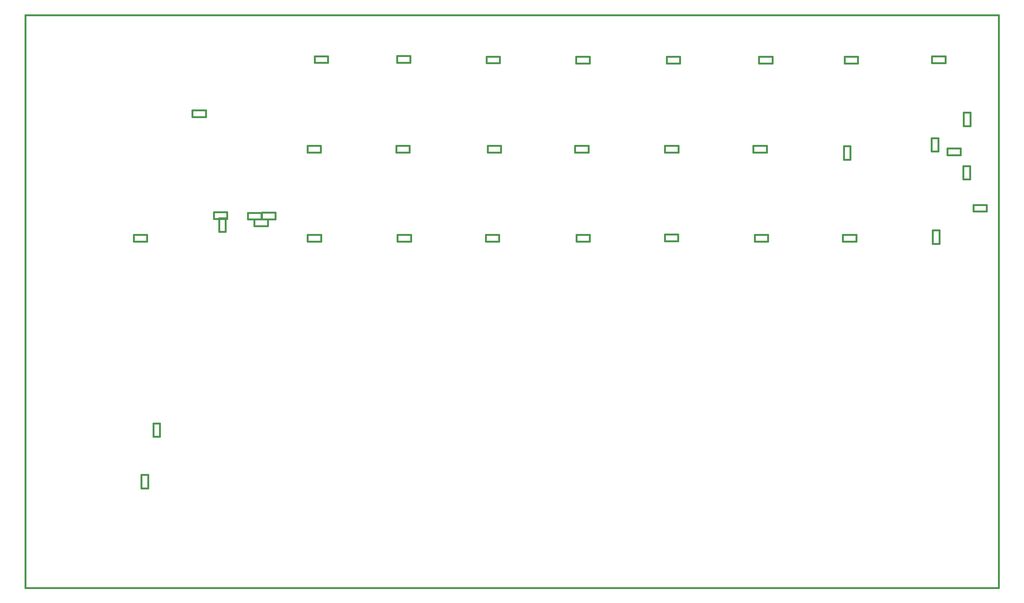
<source format=gko>
%FSLAX33Y33*%
%MOMM*%
%ADD10C,0.381*%
D10*
%LNpath-145*%
G01*
X0Y0D02*
X218200Y0D01*
X218200Y128500*
X0Y128500*
X0Y0*
X83425Y77695D02*
X86425Y77695D01*
X86425Y79195*
X83425Y79195*
X83425Y77695*
X64830Y117804D02*
X67830Y117804D01*
X67830Y119304*
X64830Y119304*
X64830Y117804*
X63300Y77699D02*
X66300Y77699D01*
X66300Y79199*
X63300Y79199*
X63300Y77699*
X103649Y97695D02*
X106649Y97695D01*
X106649Y99195*
X103649Y99195*
X103649Y97695*
X163500Y77695D02*
X166500Y77695D01*
X166500Y79195*
X163500Y79195*
X163500Y77695*
X123524Y77695D02*
X126524Y77695D01*
X126524Y79195*
X123524Y79195*
X123524Y77695*
X143350Y77804D02*
X146350Y77804D01*
X146350Y79304*
X143350Y79304*
X143350Y77804*
X183624Y117699D02*
X186624Y117699D01*
X186624Y119199*
X183624Y119199*
X183624Y117699*
X63250Y97695D02*
X66250Y97695D01*
X66250Y99195*
X63250Y99195*
X63250Y97695*
X83300Y117824D02*
X86300Y117824D01*
X86300Y119324*
X83300Y119324*
X83300Y117824*
X37468Y105634D02*
X40468Y105634D01*
X40468Y107134*
X37468Y107134*
X37468Y105634*
X103399Y117725D02*
X106399Y117725D01*
X106399Y119225*
X103399Y119225*
X103399Y117725*
X210235Y91655D02*
X211735Y91655D01*
X211735Y94655*
X210235Y94655*
X210235Y91655*
X143375Y97695D02*
X146375Y97695D01*
X146375Y99195*
X143375Y99195*
X143375Y97695*
X24280Y77695D02*
X27280Y77695D01*
X27280Y79195*
X24280Y79195*
X24280Y77695*
X203124Y97899D02*
X204624Y97899D01*
X204624Y100899*
X203124Y100899*
X203124Y97899*
X43425Y79939D02*
X44925Y79939D01*
X44925Y82939*
X43425Y82939*
X43425Y79939*
X143750Y117675D02*
X146750Y117675D01*
X146750Y119175*
X143750Y119175*
X143750Y117675*
X103200Y77705D02*
X106200Y77705D01*
X106200Y79205*
X103200Y79205*
X103200Y77705*
X49898Y82664D02*
X52898Y82664D01*
X52898Y84164*
X49898Y84164*
X49898Y82664*
X210339Y103639D02*
X211839Y103639D01*
X211839Y106639*
X210339Y106639*
X210339Y103639*
X123475Y117675D02*
X126475Y117675D01*
X126475Y119175*
X123475Y119175*
X123475Y117675*
X203374Y77217D02*
X204874Y77217D01*
X204874Y80217*
X203374Y80217*
X203374Y77217*
X51344Y81210D02*
X54344Y81210D01*
X54344Y82710*
X51344Y82710*
X51344Y81210*
X203250Y117749D02*
X206250Y117749D01*
X206250Y119249*
X203250Y119249*
X203250Y117749*
X212506Y84449D02*
X215506Y84449D01*
X215506Y85949*
X212506Y85949*
X212506Y84449*
X26024Y22365D02*
X27524Y22365D01*
X27524Y25365*
X26024Y25365*
X26024Y22365*
X53044Y82685D02*
X56044Y82685D01*
X56044Y84185*
X53044Y84185*
X53044Y82685*
X206689Y97077D02*
X209689Y97077D01*
X209689Y98577*
X206689Y98577*
X206689Y97077*
X123249Y97695D02*
X126249Y97695D01*
X126249Y99195*
X123249Y99195*
X123249Y97695*
X28700Y33912D02*
X30200Y33912D01*
X30200Y36912*
X28700Y36912*
X28700Y33912*
X183261Y77699D02*
X186261Y77699D01*
X186261Y79199*
X183261Y79199*
X183261Y77699*
X164474Y117699D02*
X167474Y117699D01*
X167474Y119199*
X164474Y119199*
X164474Y117699*
X183450Y96095D02*
X184950Y96095D01*
X184950Y99095*
X183450Y99095*
X183450Y96095*
X83149Y97695D02*
X86149Y97695D01*
X86149Y99195*
X83149Y99195*
X83149Y97695*
X163200Y97695D02*
X166200Y97695D01*
X166200Y99195*
X163200Y99195*
X163200Y97695*
X42239Y82800D02*
X45239Y82800D01*
X45239Y84300*
X42239Y84300*
X42239Y82800*
%LNmechanical details_traces*%
M02*
</source>
